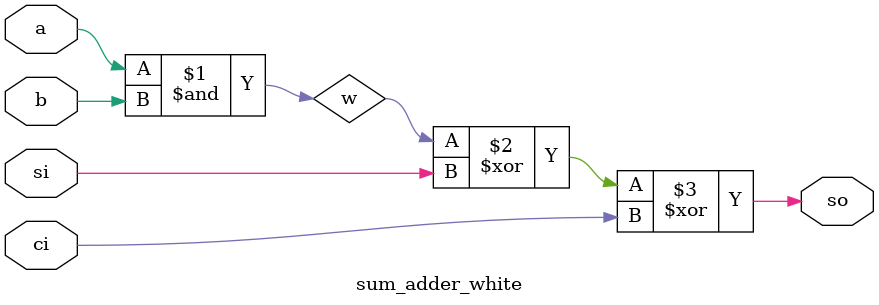
<source format=v>
`timescale 1ns / 1ps


module sum_adder_white(
    input a,
    input b,
    input si,
    input ci,
    output so
    );

    wire w;
    and a1 (w, a, b);
    assign so = w ^ si ^ ci;
    
endmodule

</source>
